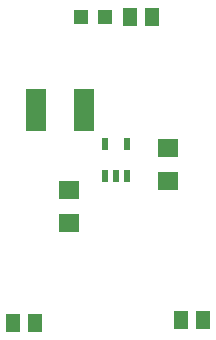
<source format=gtp>
G75*
%MOIN*%
%OFA0B0*%
%FSLAX25Y25*%
%IPPOS*%
%LPD*%
%AMOC8*
5,1,8,0,0,1.08239X$1,22.5*
%
%ADD10R,0.07087X0.06299*%
%ADD11R,0.07087X0.14173*%
%ADD12R,0.04724X0.04724*%
%ADD13R,0.05118X0.05906*%
%ADD14R,0.02165X0.03937*%
D10*
X0041800Y0042288D03*
X0041800Y0053312D03*
X0074800Y0056288D03*
X0074800Y0067312D03*
D11*
X0046674Y0079800D03*
X0030926Y0079800D03*
D12*
X0045666Y0110800D03*
X0053934Y0110800D03*
D13*
X0023060Y0008800D03*
X0030540Y0008800D03*
X0079060Y0009800D03*
X0086540Y0009800D03*
X0069540Y0110800D03*
X0062060Y0110800D03*
D14*
X0061131Y0068375D03*
X0053650Y0068375D03*
X0053650Y0057745D03*
X0057391Y0057745D03*
X0061131Y0057745D03*
M02*

</source>
